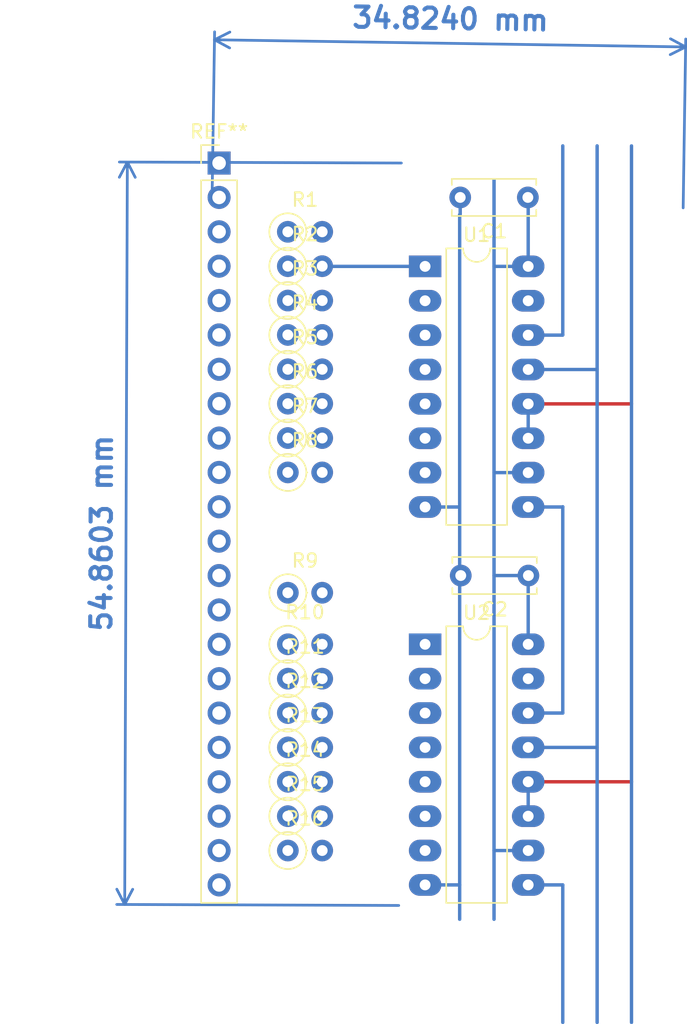
<source format=kicad_pcb>
(kicad_pcb (version 20221018) (generator pcbnew)
  (layers (0 "F.Cu" signal) (31 "B.Cu" signal) (34 "B.Paste" user) (35 "F.Paste" user) (36 "B.SilkS" user "B.Silkscreen") (37 "F.SilkS" user "F.Silkscreen") (38 "B.Mask" user) (39 "F.Mask" user) (44 "Edge.Cuts" user))
  (net 0 "")
  (net 1 "+5V")
  (net 2 "GND")
  (net 3 "Net-(U1-A)")
  (net 4 "Net-(U1-B)")
  (net 5 "Net-(U1-C)")
  (net 6 "Net-(U1-D)")
  (net 7 "Net-(U1-E)")
  (net 8 "Net-(U1-F)")
  (net 9 "Net-(U1-G)")
  (net 10 "Net-(U1-H)")
  (net 11 "Net-(U2-A)")
  (net 12 "Net-(U2-B)")
  (net 13 "Net-(U2-C)")
  (net 14 "Net-(U2-D)")
  (net 15 "Net-(U2-E)")
  (net 16 "Net-(U2-F)")
  (net 17 "Net-(U2-G)")
  (net 18 "Net-(U2-H)")
  (net 19 "/Dout0")
  (net 20 "/CLK")
  (net 21 "/Latch")
  (net 22 "/Din0")
  (net 23 "/Dout1")
  (footprint "Resistor_THT:R_Axial_DIN0207_L6.3mm_D2.5mm_P2.54mm_Vertical" (layer "F.Cu") (at 82.55 99.06)
    (fp_text reference "R7" (at 1.27 -2.37) (layer "F.SilkS"))
    (fp_text value "R")
    (fp_line (start 1.37 0) (end 1.44 0) (stroke (width 0.12)) (layer "F.SilkS"))
    (fp_circle (center 0 0) (end 1.37 0) (stroke (width 0.12)) (fill none) (layer "F.SilkS"))
    (pad "1" thru_hole circle (at 0 0) (size 1.6 1.6) (drill 0.8) (layers "*.Cu" "*.Mask") (net 1 "+5V"))
    (pad "2" thru_hole oval (at 2.54 0) (size 1.6 1.6) (drill 0.8) (layers "*.Cu" "*.Mask") (net 9 "Net-(U1-G)"))
  )
  (footprint "Resistor_THT:R_Axial_DIN0207_L6.3mm_D2.5mm_P2.54mm_Vertical" (layer "F.Cu") (at 82.55 121.92)
    (fp_text reference "R13" (at 1.27 -2.37) (layer "F.SilkS"))
    (fp_text value "R")
    (fp_line (start 1.37 0) (end 1.44 0) (stroke (width 0.12)) (layer "F.SilkS"))
    (fp_circle (center 0 0) (end 1.37 0) (stroke (width 0.12)) (fill none) (layer "F.SilkS"))
    (pad "1" thru_hole circle (at 0 0) (size 1.6 1.6) (drill 0.8) (layers "*.Cu" "*.Mask") (net 1 "+5V"))
    (pad "2" thru_hole oval (at 2.54 0) (size 1.6 1.6) (drill 0.8) (layers "*.Cu" "*.Mask") (net 15 "Net-(U2-E)"))
  )
  (footprint "Resistor_THT:R_Axial_DIN0207_L6.3mm_D2.5mm_P2.54mm_Vertical" (layer "F.Cu") (at 82.55 91.44)
    (fp_text reference "R4" (at 1.27 -2.37) (layer "F.SilkS"))
    (fp_text value "R")
    (fp_line (start 1.37 0) (end 1.44 0) (stroke (width 0.12)) (layer "F.SilkS"))
    (fp_circle (center 0 0) (end 1.37 0) (stroke (width 0.12)) (fill none) (layer "F.SilkS"))
    (pad "1" thru_hole circle (at 0 0) (size 1.6 1.6) (drill 0.8) (layers "*.Cu" "*.Mask") (net 1 "+5V"))
    (pad "2" thru_hole oval (at 2.54 0) (size 1.6 1.6) (drill 0.8) (layers "*.Cu" "*.Mask") (net 6 "Net-(U1-D)"))
  )
  (footprint "Resistor_THT:R_Axial_DIN0207_L6.3mm_D2.5mm_P2.54mm_Vertical" (layer "F.Cu") (at 82.55 88.9)
    (fp_text reference "R3" (at 1.27 -2.37) (layer "F.SilkS"))
    (fp_text value "R")
    (fp_line (start 1.37 0) (end 1.44 0) (stroke (width 0.12)) (layer "F.SilkS"))
    (fp_circle (center 0 0) (end 1.37 0) (stroke (width 0.12)) (fill none) (layer "F.SilkS"))
    (pad "1" thru_hole circle (at 0 0) (size 1.6 1.6) (drill 0.8) (layers "*.Cu" "*.Mask") (net 1 "+5V"))
    (pad "2" thru_hole oval (at 2.54 0) (size 1.6 1.6) (drill 0.8) (layers "*.Cu" "*.Mask") (net 5 "Net-(U1-C)"))
  )
  (footprint "Resistor_THT:R_Axial_DIN0207_L6.3mm_D2.5mm_P2.54mm_Vertical" (layer "F.Cu") (at 82.55 86.36)
    (fp_text reference "R2" (at 1.27 -2.37) (layer "F.SilkS"))
    (fp_text value "R")
    (fp_line (start 1.37 0) (end 1.44 0) (stroke (width 0.12)) (layer "F.SilkS"))
    (fp_circle (center 0 0) (end 1.37 0) (stroke (width 0.12)) (fill none) (layer "F.SilkS"))
    (pad "1" thru_hole circle (at 0 0) (size 1.6 1.6) (drill 0.8) (layers "*.Cu" "*.Mask") (net 1 "+5V"))
    (pad "2" thru_hole oval (at 2.54 0) (size 1.6 1.6) (drill 0.8) (layers "*.Cu" "*.Mask") (net 4 "Net-(U1-B)"))
  )
  (footprint "Resistor_THT:R_Axial_DIN0207_L6.3mm_D2.5mm_P2.54mm_Vertical" (layer "F.Cu") (at 82.55 124.46)
    (fp_text reference "R14" (at 1.27 -2.37) (layer "F.SilkS"))
    (fp_text value "R")
    (fp_line (start 1.37 0) (end 1.44 0) (stroke (width 0.12)) (layer "F.SilkS"))
    (fp_circle (center 0 0) (end 1.37 0) (stroke (width 0.12)) (fill none) (layer "F.SilkS"))
    (pad "1" thru_hole circle (at 0 0) (size 1.6 1.6) (drill 0.8) (layers "*.Cu" "*.Mask") (net 1 "+5V"))
    (pad "2" thru_hole oval (at 2.54 0) (size 1.6 1.6) (drill 0.8) (layers "*.Cu" "*.Mask") (net 16 "Net-(U2-F)"))
  )
  (footprint "Package_DIP:DIP-16_W7.62mm_LongPads" (layer "F.Cu") (at 92.695 114.3)
    (fp_text reference "U2" (at 3.81 -2.33) (layer "F.SilkS"))
    (fp_text value "74LS597")
    (fp_line (start 1.56 -1.33) (end 1.56 19.11) (stroke (width 0.12)) (layer "F.SilkS"))
    (fp_line (start 1.56 19.11) (end 6.06 19.11) (stroke (width 0.12)) (layer "F.SilkS"))
    (fp_line (start 2.81 -1.33) (end 1.56 -1.33) (stroke (width 0.12)) (layer "F.SilkS"))
    (fp_line (start 6.06 -1.33) (end 4.81 -1.33) (stroke (width 0.12)) (layer "F.SilkS"))
    (fp_line (start 6.06 19.11) (end 6.06 -1.33) (stroke (width 0.12)) (layer "F.SilkS"))
    (fp_arc (start 4.81 -1.33) (mid 3.81 -0.33) (end 2.81 -1.33) (stroke (width 0.12)) (layer "F.SilkS"))
    (pad "1" thru_hole rect (at 0 0) (size 2.4 1.6) (drill 0.8) (layers "*.Cu" "*.Mask") (net 12 "Net-(U2-B)"))
    (pad "2" thru_hole oval (at 0 2.54) (size 2.4 1.6) (drill 0.8) (layers "*.Cu" "*.Mask") (net 13 "Net-(U2-C)"))
    (pad "3" thru_hole oval (at 0 5.08) (size 2.4 1.6) (drill 0.8) (layers "*.Cu" "*.Mask") (net 14 "Net-(U2-D)"))
    (pad "4" thru_hole oval (at 0 7.62) (size 2.4 1.6) (drill 0.8) (layers "*.Cu" "*.Mask") (net 15 "Net-(U2-E)"))
    (pad "5" thru_hole oval (at 0 10.16) (size 2.4 1.6) (drill 0.8) (layers "*.Cu" "*.Mask") (net 16 "Net-(U2-F)"))
    (pad "6" thru_hole oval (at 0 12.7) (size 2.4 1.6) (drill 0.8) (layers "*.Cu" "*.Mask") (net 17 "Net-(U2-G)"))
    (pad "7" thru_hole oval (at 0 15.24) (size 2.4 1.6) (drill 0.8) (layers "*.Cu" "*.Mask") (net 18 "Net-(U2-H)"))
    (pad "8" thru_hole oval (at 0 17.78) (size 2.4 1.6) (drill 0.8) (layers "*.Cu" "*.Mask") (net 2 "GND"))
    (pad "9" thru_hole oval (at 7.62 17.78) (size 2.4 1.6) (drill 0.8) (layers "*.Cu" "*.Mask") (net 23 "/Dout1"))
    (pad "10" thru_hole oval (at 7.62 15.24) (size 2.4 1.6) (drill 0.8) (layers "*.Cu" "*.Mask") (net 1 "+5V"))
    (pad "11" thru_hole oval (at 7.62 12.7) (size 2.4 1.6) (drill 0.8) (layers "*.Cu" "*.Mask") (net 20 "/CLK"))
    (pad "12" thru_hole oval (at 7.62 10.16) (size 2.4 1.6) (drill 0.8) (layers "*.Cu" "*.Mask") (net 20 "/CLK"))
    (pad "13" thru_hole oval (at 7.62 7.62) (size 2.4 1.6) (drill 0.8) (layers "*.Cu" "*.Mask") (net 21 "/Latch"))
    (pad "14" thru_hole oval (at 7.62 5.08) (size 2.4 1.6) (drill 0.8) (layers "*.Cu" "*.Mask") (net 19 "/Dout0"))
    (pad "15" thru_hole oval (at 7.62 2.54) (size 2.4 1.6) (drill 0.8) (layers "*.Cu" "*.Mask") (net 11 "Net-(U2-A)"))
    (pad "16" thru_hole oval (at 7.62 0) (size 2.4 1.6) (drill 0.8) (layers "*.Cu" "*.Mask") (net 1 "+5V"))
  )
  (footprint "Resistor_THT:R_Axial_DIN0207_L6.3mm_D2.5mm_P2.54mm_Vertical" (layer "F.Cu") (at 82.55 101.6)
    (fp_text reference "R8" (at 1.27 -2.37) (layer "F.SilkS"))
    (fp_text value "R")
    (fp_line (start 1.37 0) (end 1.44 0) (stroke (width 0.12)) (layer "F.SilkS"))
    (fp_circle (center 0 0) (end 1.37 0) (stroke (width 0.12)) (fill none) (layer "F.SilkS"))
    (pad "1" thru_hole circle (at 0 0) (size 1.6 1.6) (drill 0.8) (layers "*.Cu" "*.Mask") (net 1 "+5V"))
    (pad "2" thru_hole oval (at 2.54 0) (size 1.6 1.6) (drill 0.8) (layers "*.Cu" "*.Mask") (net 10 "Net-(U1-H)"))
  )
  (footprint "Resistor_THT:R_Axial_DIN0207_L6.3mm_D2.5mm_P2.54mm_Vertical" (layer "F.Cu") (at 82.55 119.38)
    (fp_text reference "R12" (at 1.27 -2.37) (layer "F.SilkS"))
    (fp_text value "R")
    (fp_line (start 1.37 0) (end 1.44 0) (stroke (width 0.12)) (layer "F.SilkS"))
    (fp_circle (center 0 0) (end 1.37 0) (stroke (width 0.12)) (fill none) (layer "F.SilkS"))
    (pad "1" thru_hole circle (at 0 0) (size 1.6 1.6) (drill 0.8) (layers "*.Cu" "*.Mask") (net 1 "+5V"))
    (pad "2" thru_hole oval (at 2.54 0) (size 1.6 1.6) (drill 0.8) (layers "*.Cu" "*.Mask") (net 14 "Net-(U2-D)"))
  )
  (footprint "Capacitor_THT:C_Disc_D6.0mm_W2.5mm_P5.00mm" (layer "F.Cu") (at 100.29 81.28 180)
    (fp_text reference "C1" (at 2.5 -2.5) (layer "F.SilkS"))
    (fp_text value "C")
    (fp_line (start -0.62 -1.37) (end -0.62 -0.925) (stroke (width 0.12)) (layer "F.SilkS"))
    (fp_line (start -0.62 -1.37) (end 5.62 -1.37) (stroke (width 0.12)) (layer "F.SilkS"))
    (fp_line (start -0.62 0.925) (end -0.62 1.37) (stroke (width 0.12)) (layer "F.SilkS"))
    (fp_line (start -0.62 1.37) (end 5.62 1.37) (stroke (width 0.12)) (layer "F.SilkS"))
    (fp_line (start 5.62 -1.37) (end 5.62 -0.925) (stroke (width 0.12)) (layer "F.SilkS"))
    (fp_line (start 5.62 0.925) (end 5.62 1.37) (stroke (width 0.12)) (layer "F.SilkS"))
    (pad "1" thru_hole circle (at 0 0 180) (size 1.6 1.6) (drill 0.8) (layers "*.Cu" "*.Mask") (net 1 "+5V"))
    (pad "2" thru_hole circle (at 5 0 180) (size 1.6 1.6) (drill 0.8) (layers "*.Cu" "*.Mask") (net 2 "GND"))
  )
  (footprint "Connector_PinHeader_2.54mm:PinHeader_1x22_P2.54mm_Vertical" (layer "F.Cu") (at 77.47 78.74)
    (fp_text reference "REF**" (at 0 -2.33) (layer "F.SilkS"))
    (fp_text value "PinHeader_1x22_P2.54mm_Vertical")
    (fp_line (start -1.33 -1.33) (end 0 -1.33) (stroke (width 0.12)) (layer "F.SilkS"))
    (fp_line (start -1.33 0) (end -1.33 -1.33) (stroke (width 0.12)) (layer "F.SilkS"))
    (fp_line (start -1.33 1.27) (end -1.33 54.67) (stroke (width 0.12)) (layer "F.SilkS"))
    (fp_line (start -1.33 1.27) (end 1.33 1.27) (stroke (width 0.12)) (layer "F.SilkS"))
    (fp_line (start -1.33 54.67) (end 1.33 54.67) (stroke (width 0.12)) (layer "F.SilkS"))
    (fp_line (start 1.33 1.27) (end 1.33 54.67) (stroke (width 0.12)) (layer "F.SilkS"))
    (pad "1" thru_hole rect (at 0 0) (size 1.7 1.7) (drill 1) (layers "*.Cu" "*.Mask"))
    (pad "2" thru_hole oval (at 0 2.54) (size 1.7 1.7) (drill 1) (layers "*.Cu" "*.Mask"))
    (pad "3" thru_hole oval (at 0 5.08) (size 1.7 1.7) (drill 1) (layers "*.Cu" "*.Mask"))
    (pad "4" thru_hole oval (at 0 7.62) (size 1.7 1.7) (drill 1) (layers "*.Cu" "*.Mask"))
    (pad "5" thru_hole oval (at 0 10.16) (size 1.7 1.7) (drill 1) (layers "*.Cu" "*.Mask"))
    (pad "6" thru_hole oval (at 0 12.7) (size 1.7 1.7) (drill 1) (layers "*.Cu" "*.Mask"))
    (pad "7" thru_hole oval (at 0 15.24) (size 1.7 1.7) (drill 1) (layers "*.Cu" "*.Mask"))
    (pad "8" thru_hole oval (at 0 17.78) (size 1.7 1.7) (drill 1) (layers "*.Cu" "*.Mask"))
    (pad "9" thru_hole oval (at 0 20.32) (size 1.7 1.7) (drill 1) (layers "*.Cu" "*.Mask"))
    (pad "10" thru_hole oval (at 0 22.86) (size 1.7 1.7) (drill 1) (layers "*.Cu" "*.Mask"))
    (pad "11" thru_hole oval (at 0 25.4) (size 1.7 1.7) (drill 1) (layers "*.Cu" "*.Mask"))
    (pad "12" thru_hole oval (at 0 27.94) (size 1.7 1.7) (drill 1) (layers "*.Cu" "*.Mask"))
    (pad "13" thru_hole oval (at 0 30.48) (size 1.7 1.7) (drill 1) (layers "*.Cu" "*.Mask"))
    (pad "14" thru_hole oval (at 0 33.02) (size 1.7 1.7) (drill 1) (layers "*.Cu" "*.Mask"))
    (pad "15" thru_hole oval (at 0 35.56) (size 1.7 1.7) (drill 1) (layers "*.Cu" "*.Mask"))
    (pad "16" thru_hole oval (at 0 38.1) (size 1.7 1.7) (drill 1) (layers "*.Cu" "*.Mask"))
    (pad "17" thru_hole oval (at 0 40.64) (size 1.7 1.7) (drill 1) (layers "*.Cu" "*.Mask"))
    (pad "18" thru_hole oval (at 0 43.18) (size 1.7 1.7) (drill 1) (layers "*.Cu" "*.Mask"))
    (pad "19" thru_hole oval (at 0 45.72) (size 1.7 1.7) (drill 1) (layers "*.Cu" "*.Mask"))
    (pad "20" thru_hole oval (at 0 48.26) (size 1.7 1.7) (drill 1) (layers "*.Cu" "*.Mask"))
    (pad "21" thru_hole oval (at 0 50.8) (size 1.7 1.7) (drill 1) (layers "*.Cu" "*.Mask"))
    (pad "22" thru_hole oval (at 0 53.34) (size 1.7 1.7) (drill 1) (layers "*.Cu" "*.Mask"))
  )
  (footprint "Resistor_THT:R_Axial_DIN0207_L6.3mm_D2.5mm_P2.54mm_Vertical" (layer "F.Cu") (at 82.55 110.49)
    (fp_text reference "R9" (at 1.27 -2.37) (layer "F.SilkS"))
    (fp_text value "R")
    (fp_line (start 1.37 0) (end 1.44 0) (stroke (width 0.12)) (layer "F.SilkS"))
    (fp_circle (center 0 0) (end 1.37 0) (stroke (width 0.12)) (fill none) (layer "F.SilkS"))
    (pad "1" thru_hole circle (at 0 0) (size 1.6 1.6) (drill 0.8) (layers "*.Cu" "*.Mask") (net 1 "+5V"))
    (pad "2" thru_hole oval (at 2.54 0) (size 1.6 1.6) (drill 0.8) (layers "*.Cu" "*.Mask") (net 11 "Net-(U2-A)"))
  )
  (footprint "Resistor_THT:R_Axial_DIN0207_L6.3mm_D2.5mm_P2.54mm_Vertical" (layer "F.Cu") (at 82.55 116.84)
    (fp_text reference "R11" (at 1.27 -2.37) (layer "F.SilkS"))
    (fp_text value "R")
    (fp_line (start 1.37 0) (end 1.44 0) (stroke (width 0.12)) (layer "F.SilkS"))
    (fp_circle (center 0 0) (end 1.37 0) (stroke (width 0.12)) (fill none) (layer "F.SilkS"))
    (pad "1" thru_hole circle (at 0 0) (size 1.6 1.6) (drill 0.8) (layers "*.Cu" "*.Mask") (net 1 "+5V"))
    (pad "2" thru_hole oval (at 2.54 0) (size 1.6 1.6) (drill 0.8) (layers "*.Cu" "*.Mask") (net 13 "Net-(U2-C)"))
  )
  (footprint "Resistor_THT:R_Axial_DIN0207_L6.3mm_D2.5mm_P2.54mm_Vertical" (layer "F.Cu") (at 82.55 96.52)
    (fp_text reference "R6" (at 1.27 -2.37) (layer "F.SilkS"))
    (fp_text value "R")
    (fp_line (start 1.37 0) (end 1.44 0) (stroke (width 0.12)) (layer "F.SilkS"))
    (fp_circle (center 0 0) (end 1.37 0) (stroke (width 0.12)) (fill none) (layer "F.SilkS"))
    (pad "1" thru_hole circle (at 0 0) (size 1.6 1.6) (drill 0.8) (layers "*.Cu" "*.Mask") (net 1 "+5V"))
    (pad "2" thru_hole oval (at 2.54 0) (size 1.6 1.6) (drill 0.8) (layers "*.Cu" "*.Mask") (net 8 "Net-(U1-F)"))
  )
  (footprint "Resistor_THT:R_Axial_DIN0207_L6.3mm_D2.5mm_P2.54mm_Vertical" (layer "F.Cu") (at 82.55 127)
    (fp_text reference "R15" (at 1.27 -2.37) (layer "F.SilkS"))
    (fp_text value "R")
    (fp_line (start 1.37 0) (end 1.44 0) (stroke (width 0.12)) (layer "F.SilkS"))
    (fp_circle (center 0 0) (end 1.37 0) (stroke (width 0.12)) (fill none) (layer "F.SilkS"))
    (pad "1" thru_hole circle (at 0 0) (size 1.6 1.6) (drill 0.8) (layers "*.Cu" "*.Mask") (net 1 "+5V"))
    (pad "2" thru_hole oval (at 2.54 0) (size 1.6 1.6) (drill 0.8) (layers "*.Cu" "*.Mask") (net 17 "Net-(U2-G)"))
  )
  (footprint "Capacitor_THT:C_Disc_D6.0mm_W2.5mm_P5.00mm" (layer "F.Cu") (at 100.33 109.22 180)
    (fp_text reference "C2" (at 2.5 -2.5) (layer "F.SilkS"))
    (fp_text value "C")
    (fp_line (start -0.62 -1.37) (end -0.62 -0.925) (stroke (width 0.12)) (layer "F.SilkS"))
    (fp_line (start -0.62 -1.37) (end 5.62 -1.37) (stroke (width 0.12)) (layer "F.SilkS"))
    (fp_line (start -0.62 0.925) (end -0.62 1.37) (stroke (width 0.12)) (layer "F.SilkS"))
    (fp_line (start -0.62 1.37) (end 5.62 1.37) (stroke (width 0.12)) (layer "F.SilkS"))
    (fp_line (start 5.62 -1.37) (end 5.62 -0.925) (stroke (width 0.12)) (layer "F.SilkS"))
    (fp_line (start 5.62 0.925) (end 5.62 1.37) (stroke (width 0.12)) (layer "F.SilkS"))
    (pad "1" thru_hole circle (at 0 0 180) (size 1.6 1.6) (drill 0.8) (layers "*.Cu" "*.Mask") (net 1 "+5V"))
    (pad "2" thru_hole circle (at 5 0 180) (size 1.6 1.6) (drill 0.8) (layers "*.Cu" "*.Mask") (net 2 "GND"))
  )
  (footprint "Package_DIP:DIP-16_W7.62mm_LongPads" (layer "F.Cu") (at 92.695 86.375)
    (fp_text reference "U1" (at 3.81 -2.33) (layer "F.SilkS"))
    (fp_text value "74LS597")
    (fp_line (start 1.56 -1.33) (end 1.56 19.11) (stroke (width 0.12)) (layer "F.SilkS"))
    (fp_line (start 1.56 19.11) (end 6.06 19.11) (stroke (width 0.12)) (layer "F.SilkS"))
    (fp_line (start 2.81 -1.33) (end 1.56 -1.33) (stroke (width 0.12)) (layer "F.SilkS"))
    (fp_line (start 6.06 -1.33) (end 4.81 -1.33) (stroke (width 0.12)) (layer "F.SilkS"))
    (fp_line (start 6.06 19.11) (end 6.06 -1.33) (stroke (width 0.12)) (layer "F.SilkS"))
    (fp_arc (start 4.81 -1.33) (mid 3.81 -0.33) (end 2.81 -1.33) (stroke (width 0.12)) (layer "F.SilkS"))
    (pad "1" thru_hole rect (at 0 0) (size 2.4 1.6) (drill 0.8) (layers "*.Cu" "*.Mask") (net 4 "Net-(U1-B)"))
    (pad "2" thru_hole oval (at 0 2.54) (size 2.4 1.6) (drill 0.8) (layers "*.Cu" "*.Mask") (net 5 "Net-(U1-C)"))
    (pad "3" thru_hole oval (at 0 5.08) (size 2.4 1.6) (drill 0.8) (layers "*.Cu" "*.Mask") (net 6 "Net-(U1-D)"))
    (pad "4" thru_hole oval (at 0 7.62) (size 2.4 1.6) (drill 0.8) (layers "*.Cu" "*.Mask") (net 7 "Net-(U1-E)"))
    (pad "5" thru_hole oval (at 0 10.16) (size 2.4 1.6) (drill 0.8) (layers "*.Cu" "*.Mask") (net 8 "Net-(U1-F)"))
    (pad "6" thru_hole oval (at 0 12.7) (size 2.4 1.6) (drill 0.8) (layers "*.Cu" "*.Mask") (net 9 "Net-(U1-G)"))
    (pad "7" thru_hole oval (at 0 15.24) (size 2.4 1.6) (drill 0.8) (layers "*.Cu" "*.Mask") (net 10 "Net-(U1-H)"))
    (pad "8" thru_hole oval (at 0 17.78) (size 2.4 1.6) (drill 0.8) (layers "*.Cu" "*.Mask") (net 2 "GND"))
    (pad "9" thru_hole oval (at 7.62 17.78) (size 2.4 1.6) (drill 0.8) (layers "*.Cu" "*.Mask") (net 19 "/Dout0"))
    (pad "10" thru_hole oval (at 7.62 15.24) (size 2.4 1.6) (drill 0.8) (layers "*.Cu" "*.Mask") (net 1 "+5V"))
    (pad "11" thru_hole oval (at 7.62 12.7) (size 2.4 1.6) (drill 0.8) (layers "*.Cu" "*.Mask") (net 20 "/CLK"))
    (pad "12" thru_hole oval (at 7.62 10.16) (size 2.4 1.6) (drill 0.8) (layers "*.Cu" "*.Mask") (net 20 "/CLK"))
    (pad "13" thru_hole oval (at 7.62 7.62) (size 2.4 1.6) (drill 0.8) (layers "*.Cu" "*.Mask") (net 21 "/Latch"))
    (pad "14" thru_hole oval (at 7.62 5.08) (size 2.4 1.6) (drill 0.8) (layers "*.Cu" "*.Mask") (net 22 "/Din0"))
    (pad "15" thru_hole oval (at 7.62 2.54) (size 2.4 1.6) (drill 0.8) (layers "*.Cu" "*.Mask") (net 3 "Net-(U1-A)"))
    (pad "16" thru_hole oval (at 7.62 0) (size 2.4 1.6) (drill 0.8) (layers "*.Cu" "*.Mask") (net 1 "+5V"))
  )
  (footprint "Resistor_THT:R_Axial_DIN0207_L6.3mm_D2.5mm_P2.54mm_Vertical" (layer "F.Cu") (at 82.55 129.54)
    (fp_text reference "R16" (at 1.27 -2.37) (layer "F.SilkS"))
    (fp_text value "R")
    (fp_line (start 1.37 0) (end 1.44 0) (stroke (width 0.12)) (layer "F.SilkS"))
    (fp_circle (center 0 0) (end 1.37 0) (stroke (width 0.12)) (fill none) (layer "F.SilkS"))
    (pad "1" thru_hole circle (at 0 0) (size 1.6 1.6) (drill 0.8) (layers "*.Cu" "*.Mask") (net 1 "+5V"))
    (pad "2" thru_hole oval (at 2.54 0) (size 1.6 1.6) (drill 0.8) (layers "*.Cu" "*.Mask") (net 18 "Net-(U2-H)"))
  )
  (footprint "Resistor_THT:R_Axial_DIN0207_L6.3mm_D2.5mm_P2.54mm_Vertical" (layer "F.Cu") (at 82.55 93.98)
    (fp_text reference "R5" (at 1.27 -2.37) (layer "F.SilkS"))
    (fp_text value "R")
    (fp_line (start 1.37 0) (end 1.44 0) (stroke (width 0.12)) (layer "F.SilkS"))
    (fp_circle (center 0 0) (end 1.37 0) (stroke (width 0.12)) (fill none) (layer "F.SilkS"))
    (pad "1" thru_hole circle (at 0 0) (size 1.6 1.6) (drill 0.8) (layers "*.Cu" "*.Mask") (net 1 "+5V"))
    (pad "2" thru_hole oval (at 2.54 0) (size 1.6 1.6) (drill 0.8) (layers "*.Cu" "*.Mask") (net 7 "Net-(U1-E)"))
  )
  (footprint "Resistor_THT:R_Axial_DIN0207_L6.3mm_D2.5mm_P2.54mm_Vertical" (layer "F.Cu") (at 82.55 83.82)
    (fp_text reference "R1" (at 1.27 -2.37) (layer "F.SilkS"))
    (fp_text value "R")
    (fp_line (start 1.37 0) (end 1.44 0) (stroke (width 0.12)) (layer "F.SilkS"))
    (fp_circle (center 0 0) (end 1.37 0) (stroke (width 0.12)) (fill none) (layer "F.SilkS"))
    (pad "1" thru_hole circle (at 0 0) (size 1.6 1.6) (drill 0.8) (layers "*.Cu" "*.Mask") (net 1 "+5V"))
    (pad "2" thru_hole oval (at 2.54 0) (size 1.6 1.6) (drill 0.8) (layers "*.Cu" "*.Mask") (net 3 "Net-(U1-A)"))
  )
  (footprint "Resistor_THT:R_Axial_DIN0207_L6.3mm_D2.5mm_P2.54mm_Vertical" (layer "F.Cu") (at 82.55 114.3)
    (fp_text reference "R10" (at 1.27 -2.37) (layer "F.SilkS"))
    (fp_text value "R")
    (fp_line (start 1.37 0) (end 1.44 0) (stroke (width 0.12)) (layer "F.SilkS"))
    (fp_circle (center 0 0) (end 1.37 0) (stroke (width 0.12)) (fill none) (layer "F.SilkS"))
    (pad "1" thru_hole circle (at 0 0) (size 1.6 1.6) (drill 0.8) (layers "*.Cu" "*.Mask") (net 1 "+5V"))
    (pad "2" thru_hole oval (at 2.54 0) (size 1.6 1.6) (drill 0.8) (layers "*.Cu" "*.Mask") (net 12 "Net-(U2-B)"))
  )
  (dimension (type aligned) (layer "B.Cu") (pts (xy 91.245 133.6) (xy 91.44 78.74)) (height -20.751365) (gr_text "54.8603 mm" (at 68.791277 106.089842 89.79634287) (layer "B.Cu") (effects (font (size 1.5 1.5) (thickness 0.3)))) (format (prefix "") (suffix "") (units 3) (units_format 1) (precision 4)) (style (thickness 0.2) (arrow_length 1.27) (text_position_mode 0) (extension_height 0.58642) (extension_offset 0.5) keep_text_aligned))
  (dimension (type aligned) (layer "B.Cu") (pts (xy 76.94 82.02) (xy 111.76 82.55)) (height -12.391138) (gr_text "34.8240 mm" (at 94.56598 68.095505 359.1279604) (layer "B.Cu") (effects (font (size 1.5 1.5) (thickness 0.3)))) (format (prefix "") (suffix "") (units 3) (units_format 1) (precision 4)) (style (thickness 0.2) (arrow_length 1.27) (text_position_mode 0) (extension_height 0.58642) (extension_offset 0.5) keep_text_aligned))
  (segment (start 100.315 81.305) (end 100.29 81.28) (width 0.25) (layer "B.Cu") (net 1))
  (segment (start 100.33 109.22) (end 97.79 109.22) (width 0.25) (layer "B.Cu") (net 1))
  (segment (start 100.315 129.54) (end 97.79 129.54) (width 0.25) (layer "B.Cu") (net 1))
  (segment (start 97.79 109.22) (end 97.79 80.01) (width 0.25) (layer "B.Cu") (net 1))
  (segment (start 97.79 129.54) (end 97.79 134.62) (width 0.25) (layer "B.Cu") (net 1))
  (segment (start 100.315 86.375) (end 97.805 86.375) (width 0.25) (layer "B.Cu") (net 1))
  (segment (start 100.315 86.375) (end 100.315 81.305) (width 0.25) (layer "B.Cu") (net 1))
  (segment (start 97.79 109.22) (end 97.79 129.54) (width 0.25) (layer "B.Cu") (net 1))
  (segment (start 100.315 114.3) (end 100.315 109.235) (width 0.25) (layer "B.Cu") (net 1))
  (segment (start 100.315 101.615) (end 97.805 101.615) (width 0.25) (layer "B.Cu") (net 1))
  (segment (start 97.805 101.615) (end 97.79 101.6) (width 0.25) (layer "B.Cu") (net 1))
  (segment (start 97.805 86.375) (end 97.79 86.36) (width 0.25) (layer "B.Cu") (net 1))
  (segment (start 100.315 109.235) (end 100.33 109.22) (width 0.25) (layer "B.Cu") (net 1))
  (segment (start 95.25 132.08) (end 95.25 82.55) (width 0.25) (layer "B.Cu") (net 2))
  (segment (start 95.29 82.51) (end 95.29 81.28) (width 0.25) (layer "B.Cu") (net 2))
  (segment (start 95.25 82.55) (end 95.29 82.51) (width 0.25) (layer "B.Cu") (net 2))
  (segment (start 95.25 132.08) (end 95.25 134.62) (width 0.25) (layer "B.Cu") (net 2))
  (segment (start 92.695 132.08) (end 95.25 132.08) (width 0.25) (layer "B.Cu") (net 2))
  (segment (start 92.695 104.155) (end 95.235 104.155) (width 0.25) (layer "B.Cu") (net 2))
  (segment (start 85.105 86.375) (end 85.09 86.36) (width 0.25) (layer "B.Cu") (net 4))
  (segment (start 92.695 86.375) (end 85.105 86.375) (width 0.25) (layer "B.Cu") (net 4))
  (segment (start 100.315 104.155) (end 102.855 104.155) (width 0.25) (layer "B.Cu") (net 19))
  (segment (start 100.315 119.38) (end 102.87 119.38) (width 0.25) (layer "B.Cu") (net 19))
  (segment (start 102.87 119.38) (end 102.87 104.14) (width 0.25) (layer "B.Cu") (net 19))
  (segment (start 102.855 104.155) (end 102.87 104.14) (width 0.25) (layer "B.Cu") (net 19))
  (segment (start 100.315 96.535) (end 107.935 96.535) (width 0.25) (layer "F.Cu") (net 20))
  (segment (start 107.935 96.535) (end 107.95 96.52) (width 0.25) (layer "F.Cu") (net 20))
  (segment (start 100.315 124.46) (end 107.95 124.46) (width 0.25) (layer "F.Cu") (net 20))
  (segment (start 107.95 124.46) (end 107.95 142.24) (width 0.25) (layer "B.Cu") (net 20))
  (segment (start 107.95 124.46) (end 107.95 77.47) (width 0.25) (layer "B.Cu") (net 20))
  (segment (start 100.315 127) (end 100.315 124.46) (width 0.25) (layer "B.Cu") (net 20))
  (segment (start 100.315 99.075) (end 100.315 96.535) (width 0.25) (layer "B.Cu") (net 20))
  (segment (start 105.41 93.98) (end 105.41 77.47) (width 0.25) (layer "B.Cu") (net 21))
  (segment (start 105.41 121.92) (end 105.41 142.24) (width 0.25) (layer "B.Cu") (net 21))
  (segment (start 105.41 121.92) (end 105.41 93.98) (width 0.25) (layer "B.Cu") (net 21))
  (segment (start 105.395 93.995) (end 100.315 93.995) (width 0.25) (layer "B.Cu") (net 21))
  (segment (start 105.41 93.98) (end 105.395 93.995) (width 0.25) (layer "B.Cu") (net 21))
  (segment (start 100.315 121.92) (end 105.41 121.92) (width 0.25) (layer "B.Cu") (net 21))
  (segment (start 100.315 91.455) (end 102.855 91.455) (width 0.25) (layer "B.Cu") (net 22))
  (segment (start 102.855 91.455) (end 102.87 91.44) (width 0.25) (layer "B.Cu") (net 22))
  (segment (start 102.87 91.44) (end 102.87 77.47) (width 0.25) (layer "B.Cu") (net 22))
  (segment (start 102.87 132.08) (end 102.87 142.24) (width 0.25) (layer "B.Cu") (net 23))
  (segment (start 100.315 132.08) (end 102.87 132.08) (width 0.25) (layer "B.Cu") (net 23))
)
</source>
